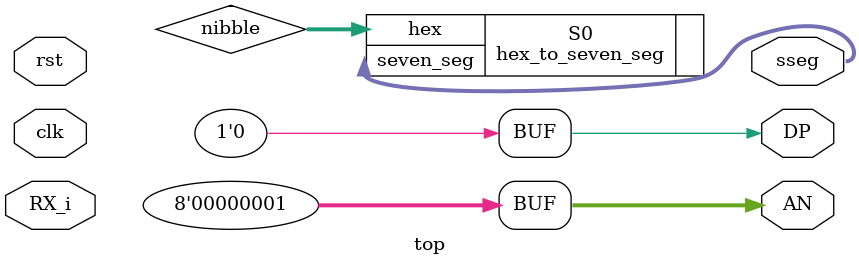
<source format=sv>
`timescale 1ns / 1ps


module top
    #(parameter BAUD_RATE_DIVISIOR = 650
    )(
    input clk,          // System clock
    input RX_i,           // UART receive input
    input rst,
    output DP,            // Decimal point output
    output [7:0] AN,      // Anode control for seven segments
    output [6:0] sseg     // Seven-segment output 
    );



    assign AN = 1;
    assign DP = 0;

    wire [7:0] received_data; // Byte received from UART
    reg [3:0] nibble;         // Current nibble to display
    reg [7:0] an_control;     // Control for active seven-segment display
    reg toggle;               // Toggles between the two nibbles
    reg [15:0] counter;       // Slow down clock for toggling
    reg baud_ticks;
    wire reciever_done;

    baud_rate_generator baud_rate(
        .clk_i(clk_i),
        .reset(rst),
        .divisor(BAUD_RATE_DIVISIOR),
        .baud_tick(baud_ticks)
    );
  
    // UART Receiver instantiation
    UART uart_rx(
        .clk_i(clk),
        .RX_i(RX_i),
        .reset_n_i(rst),
        .state_tick_i(baud_ticks),
        .rx_done_o(reciever_done),
        .data_o(received_data)
    );

    hex_to_seven_seg S0(
        .hex(nibble),
        .seven_seg(sseg)    
    );


endmodule


</source>
